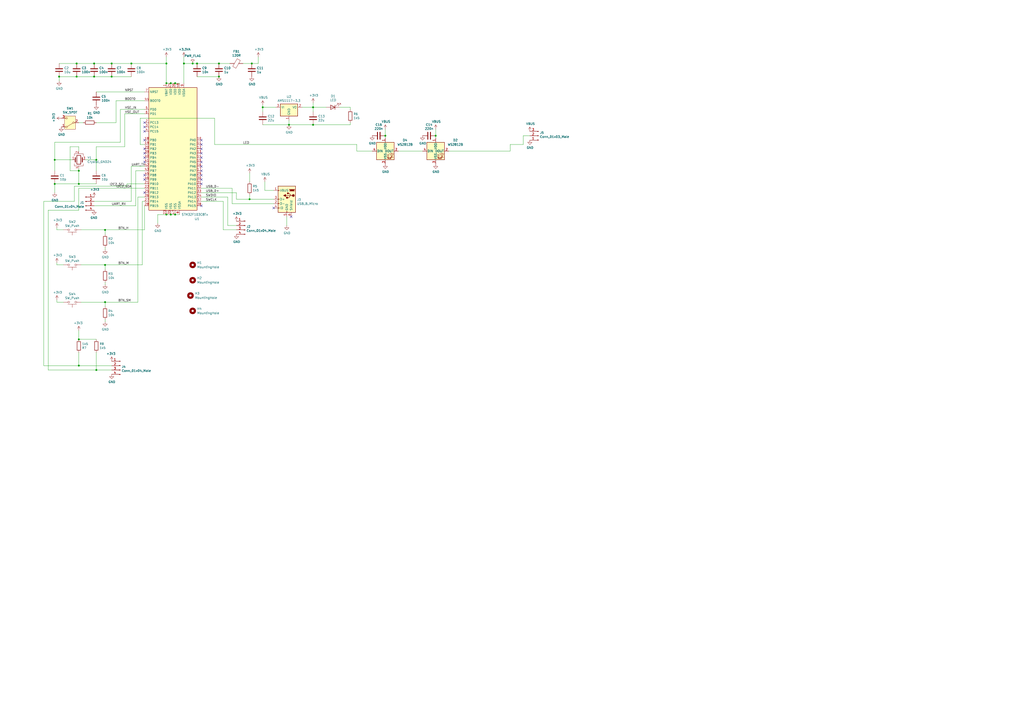
<source format=kicad_sch>
(kicad_sch (version 20231120) (generator "eeschema") (generator_version "8.0")
  (paper "A2")
  (title_block (title "STM32 QCLOCK") (date "2024-05-14") (rev "v1.0") (company "glaumar"))
  (lib_symbols
    (symbol "Device:C" (pin_numbers hide) (pin_names (offset 0.254))
      (property "Reference" "C" (at 0.635 2.54 0))
      (property "Value" "C" (at 0.635 -2.54 0))
      (symbol "C_0_1"
        (polyline (pts (xy -2.032 -0.762) (xy 2.032 -0.762)) (stroke (width 0.508)))
        (polyline (pts (xy -2.032 0.762) (xy 2.032 0.762)) (stroke (width 0.508)))
      )
      (symbol "C_1_1"
        (pin passive line (at 0 3.81 270) (length 2.794) (name "~") (number "1"))
        (pin passive line (at 0 -3.81 90) (length 2.794) (name "~") (number "2"))
      )
    )
    (symbol "Device:Crystal_GND24" (pin_names (offset 1.016) hide)
      (property "Reference" "Y" (at 3.175 5.08 0))
      (property "Value" "Crystal_GND24" (at 3.175 3.175 0))
      (symbol "Crystal_GND24_0_1"
        (rectangle (start -1.143 2.54) (end 1.143 -2.54) (stroke (width 0.3048)))
        (polyline (pts (xy -2.54 0) (xy -2.032 0)))
        (polyline (pts (xy -2.032 -1.27) (xy -2.032 1.27)) (stroke (width 0.508)))
        (polyline (pts (xy 0 -3.81) (xy 0 -3.556)))
        (polyline (pts (xy 0 3.556) (xy 0 3.81)))
        (polyline (pts (xy 2.032 -1.27) (xy 2.032 1.27)) (stroke (width 0.508)))
        (polyline (pts (xy 2.032 0) (xy 2.54 0)))
        (polyline (pts (xy -2.54 -2.286) (xy -2.54 -3.556) (xy 2.54 -3.556) (xy 2.54 -2.286)))
        (polyline (pts (xy -2.54 2.286) (xy -2.54 3.556) (xy 2.54 3.556) (xy 2.54 2.286)))
      )
      (symbol "Crystal_GND24_1_1"
        (pin passive line (at -3.81 0 0) (length 1.27) (name "1") (number "1"))
        (pin passive line (at 0 5.08 270) (length 1.27) (name "2") (number "2"))
        (pin passive line (at 3.81 0 180) (length 1.27) (name "3") (number "3"))
        (pin passive line (at 0 -5.08 90) (length 1.27) (name "4") (number "4"))
      )
    )
    (symbol "Device:LED" (pin_numbers hide) (pin_names (offset 1.016) hide)
      (property "Reference" "D" (at 0 2.54 0))
      (property "Value" "LED" (at 0 -2.54 0))
      (symbol "LED_0_1"
        (polyline (pts (xy -1.27 -1.27) (xy -1.27 1.27)) (stroke (width 0.254)))
        (polyline (pts (xy -1.27 0) (xy 1.27 0)))
        (polyline (pts (xy 1.27 -1.27) (xy 1.27 1.27) (xy -1.27 0) (xy 1.27 -1.27)) (stroke (width 0.254)))
        (polyline (pts (xy -3.048 -0.762) (xy -4.572 -2.286) (xy -3.81 -2.286) (xy -4.572 -2.286) (xy -4.572 -1.524)))
        (polyline (pts (xy -1.778 -0.762) (xy -3.302 -2.286) (xy -2.54 -2.286) (xy -3.302 -2.286) (xy -3.302 -1.524)))
      )
      (symbol "LED_1_1"
        (pin passive line (at -3.81 0 0) (length 2.54) (name "K") (number "1"))
        (pin passive line (at 3.81 0 180) (length 2.54) (name "A") (number "2"))
      )
    )
    (symbol "Device:R" (pin_numbers hide) (pin_names (offset 0))
      (property "Reference" "R" (at 2.032 0 90))
      (property "Value" "R" (at 0 0 90))
      (symbol "R_0_1"
        (rectangle (start -1.016 -2.54) (end 1.016 2.54) (stroke (width 0.254)))
      )
      (symbol "R_1_1"
        (pin passive line (at 0 3.81 270) (length 1.27) (name "~") (number "1"))
        (pin passive line (at 0 -3.81 90) (length 1.27) (name "~") (number "2"))
      )
    )
    (symbol "LED:WS2812B" (pin_names (offset 0.254))
      (property "Reference" "D" (at 5.08 5.715 0))
      (property "Value" "WS2812B" (at 1.27 -5.715 0))
      (symbol "WS2812B_0_0"
        (text "RGB" (at 2.286 -4.191 0) (effects (font (size 0.762 0.762))))
      )
      (symbol "WS2812B_0_1"
        (polyline (pts (xy 1.27 -3.556) (xy 1.778 -3.556)))
        (polyline (pts (xy 1.27 -2.54) (xy 1.778 -2.54)))
        (polyline (pts (xy 4.699 -3.556) (xy 2.667 -3.556)))
        (polyline (pts (xy 2.286 -2.54) (xy 1.27 -3.556) (xy 1.27 -3.048)))
        (polyline (pts (xy 2.286 -1.524) (xy 1.27 -2.54) (xy 1.27 -2.032)))
        (polyline (pts (xy 3.683 -1.016) (xy 3.683 -3.556) (xy 3.683 -4.064)))
        (polyline (pts (xy 4.699 -1.524) (xy 2.667 -1.524) (xy 3.683 -3.556) (xy 4.699 -1.524)))
        (rectangle (start 5.08 5.08) (end -5.08 -5.08) (stroke (width 0.254)) (fill (type background)))
      )
      (symbol "WS2812B_1_1"
        (pin power_in line (at 0 7.62 270) (length 2.54) (name "VDD") (number "1"))
        (pin output line (at 7.62 0 180) (length 2.54) (name "DOUT") (number "2"))
        (pin power_in line (at 0 -7.62 90) (length 2.54) (name "VSS") (number "3"))
        (pin input line (at -7.62 0 0) (length 2.54) (name "DIN") (number "4"))
      )
    )
    (symbol "Mechanical:MountingHole" (pin_names (offset 1.016)) (exclude_from_sim yes) (in_bom no)
      (property "Reference" "H" (at 0 5.08 0))
      (property "Value" "MountingHole" (at 0 3.175 0))
      (symbol "MountingHole_0_1"
        (circle (center 0 0) (radius 1.27) (stroke (width 1.27)))
      )
    )
    (symbol "Regulator_Linear:AMS1117-3.3"
      (property "Reference" "U" (at -3.81 3.175 0))
      (property "Value" "AMS1117-3.3" (at 0 3.175 0))
      (symbol "AMS1117-3.3_0_1"
        (rectangle (start -5.08 -5.08) (end 5.08 1.905) (stroke (width 0.254)) (fill (type background)))
      )
      (symbol "AMS1117-3.3_1_1"
        (pin power_in line (at 0 -7.62 90) (length 2.54) (name "GND") (number "1"))
        (pin power_out line (at 7.62 0 180) (length 2.54) (name "VO") (number "2"))
        (pin power_in line (at -7.62 0 0) (length 2.54) (name "VI") (number "3"))
      )
    )
    (symbol "Switch:SW_Push" (pin_numbers hide) (pin_names (offset 1.016) hide)
      (property "Reference" "SW" (at 1.27 2.54 0))
      (property "Value" "SW_Push" (at 0 -1.524 0))
      (symbol "SW_Push_0_1"
        (circle (center -2.032 0) (radius 0.508))
        (polyline (pts (xy 0 1.27) (xy 0 3.048)))
        (polyline (pts (xy 2.54 1.27) (xy -2.54 1.27)))
        (circle (center 2.032 0) (radius 0.508))
        (pin passive line (at -5.08 0 0) (length 2.54) (name "1") (number "1"))
        (pin passive line (at 5.08 0 180) (length 2.54) (name "2") (number "2"))
      )
    )
    (symbol "Switch:SW_SPDT" (pin_names (offset 0) hide)
      (property "Reference" "SW" (at 0 5.08 0))
      (property "Value" "SW_SPDT" (at 0 -5.08 0))
      (symbol "SW_SPDT_0_1"
        (circle (center -2.032 0) (radius 0.4572))
        (polyline (pts (xy -1.651 0.254) (xy 1.651 2.286)))
        (circle (center 2.032 -2.54) (radius 0.4572))
        (circle (center 2.032 2.54) (radius 0.4572))
      )
      (symbol "SW_SPDT_1_1"
        (rectangle (start -3.175 3.81) (end 3.175 -3.81) (fill (type background)))
        (pin passive line (at 5.08 2.54 180) (length 2.54) (name "A") (number "1"))
        (pin passive line (at -5.08 0 0) (length 2.54) (name "B") (number "2"))
        (pin passive line (at 5.08 -2.54 180) (length 2.54) (name "C") (number "3"))
      )
    )
    (symbol "qclock-rescue:+3.3V-power" (power) (pin_names (offset 0))
      (property "Value" "power_+3.3V" (at 0 3.556 0))
      (symbol "+3.3V-power_0_1"
        (polyline (pts (xy -0.762 1.27) (xy 0 2.54)))
        (polyline (pts (xy 0 0) (xy 0 2.54)))
        (polyline (pts (xy 0 2.54) (xy 0.762 1.27)))
      )
      (symbol "+3.3V-power_1_1"
        (pin power_in line (at 0 0 90) (length 0) hide (name "+3V3") (number "1"))
      )
    )
    (symbol "qclock-rescue:+3.3VA-power" (power) (pin_names (offset 0))
      (property "Value" "power_+3.3VA" (at 0 3.556 0))
      (symbol "+3.3VA-power_0_1"
        (polyline (pts (xy -0.762 1.27) (xy 0 2.54)))
        (polyline (pts (xy 0 0) (xy 0 2.54)))
        (polyline (pts (xy 0 2.54) (xy 0.762 1.27)))
      )
      (symbol "+3.3VA-power_1_1"
        (pin power_in line (at 0 0 90) (length 0) hide (name "+3.3VA") (number "1"))
      )
    )
    (symbol "qclock-rescue:Conn_01x03_Male-Connector" (pin_names (offset 1.016) hide)
      (property "Reference" "J" (at 0 5.08 0))
      (property "Value" "Connector_Conn_01x03_Male" (at 0 -5.08 0))
      (symbol "Conn_01x03_Male-Connector_1_1"
        (polyline (pts (xy 1.27 -2.54) (xy 0.8636 -2.54)) (stroke (width 0.1524)))
        (polyline (pts (xy 1.27 0) (xy 0.8636 0)) (stroke (width 0.1524)))
        (polyline (pts (xy 1.27 2.54) (xy 0.8636 2.54)) (stroke (width 0.1524)))
        (rectangle (start 0.8636 -2.413) (end 0 -2.667) (stroke (width 0.1524)) (fill (type outline)))
        (rectangle (start 0.8636 0.127) (end 0 -0.127) (stroke (width 0.1524)) (fill (type outline)))
        (rectangle (start 0.8636 2.667) (end 0 2.413) (stroke (width 0.1524)) (fill (type outline)))
        (pin passive line (at 5.08 2.54 180) (length 3.81) (name "Pin_1") (number "1"))
        (pin passive line (at 5.08 0 180) (length 3.81) (name "Pin_2") (number "2"))
        (pin passive line (at 5.08 -2.54 180) (length 3.81) (name "Pin_3") (number "3"))
      )
    )
    (symbol "qclock-rescue:Conn_01x04_Male-Connector" (pin_names (offset 1.016) hide)
      (property "Reference" "J" (at 0 5.08 0))
      (property "Value" "Connector_Conn_01x04_Male" (at 0 -7.62 0))
      (symbol "Conn_01x04_Male-Connector_1_1"
        (polyline (pts (xy 1.27 -5.08) (xy 0.8636 -5.08)) (stroke (width 0.1524)))
        (polyline (pts (xy 1.27 -2.54) (xy 0.8636 -2.54)) (stroke (width 0.1524)))
        (polyline (pts (xy 1.27 0) (xy 0.8636 0)) (stroke (width 0.1524)))
        (polyline (pts (xy 1.27 2.54) (xy 0.8636 2.54)) (stroke (width 0.1524)))
        (rectangle (start 0.8636 -4.953) (end 0 -5.207) (stroke (width 0.1524)) (fill (type outline)))
        (rectangle (start 0.8636 -2.413) (end 0 -2.667) (stroke (width 0.1524)) (fill (type outline)))
        (rectangle (start 0.8636 0.127) (end 0 -0.127) (stroke (width 0.1524)) (fill (type outline)))
        (rectangle (start 0.8636 2.667) (end 0 2.413) (stroke (width 0.1524)) (fill (type outline)))
        (pin passive line (at 5.08 2.54 180) (length 3.81) (name "Pin_1") (number "1"))
        (pin passive line (at 5.08 0 180) (length 3.81) (name "Pin_2") (number "2"))
        (pin passive line (at 5.08 -2.54 180) (length 3.81) (name "Pin_3") (number "3"))
        (pin passive line (at 5.08 -5.08 180) (length 3.81) (name "Pin_4") (number "4"))
      )
    )
    (symbol "qclock-rescue:Ferrite_Bead-Device" (pin_numbers hide) (pin_names (offset 0))
      (property "Reference" "FB" (at -3.81 0.635 90))
      (property "Value" "Device_Ferrite_Bead" (at 3.81 0 90))
      (symbol "Ferrite_Bead-Device_0_1"
        (polyline (pts (xy 0 -1.27) (xy 0 -1.2192)))
        (polyline (pts (xy 0 1.27) (xy 0 1.2954)))
        (polyline (pts (xy -2.7686 0.4064) (xy -1.7018 2.2606) (xy 2.7686 -0.3048) (xy 1.6764 -2.159) (xy -2.7686 0.4064)))
      )
      (symbol "Ferrite_Bead-Device_1_1"
        (pin passive line (at 0 3.81 270) (length 2.54) (name "~") (number "1"))
        (pin passive line (at 0 -3.81 90) (length 2.54) (name "~") (number "2"))
      )
    )
    (symbol "qclock-rescue:GND-power" (power) (pin_names (offset 0))
      (property "Value" "power_GND" (at 0 -3.81 0))
      (symbol "GND-power_0_1"
        (polyline (pts (xy 0 0) (xy 0 -1.27) (xy 1.27 -1.27) (xy 0 -2.54) (xy -1.27 -1.27) (xy 0 -1.27)))
      )
      (symbol "GND-power_1_1"
        (pin power_in line (at 0 0 270) (length 0) hide (name "GND") (number "1"))
      )
    )
    (symbol "qclock-rescue:PWR_FLAG-power" (power) (pin_numbers hide) (pin_names (offset 0) hide)
      (property "Value" "power_PWR_FLAG" (at 0 3.81 0))
      (symbol "PWR_FLAG-power_0_0"
        (pin power_out line (at 0 0 90) (length 0) (name "pwr") (number "1"))
      )
      (symbol "PWR_FLAG-power_0_1"
        (polyline (pts (xy 0 0) (xy 0 1.27) (xy -1.016 1.905) (xy 0 2.54) (xy 1.016 1.905) (xy 0 1.27)))
      )
    )
    (symbol "qclock-rescue:STM32F103C8Tx-MCU_ST_STM32F1"
      (property "Reference" "U" (at -15.24 36.83 0))
      (property "Value" "MCU_ST_STM32F1_STM32F103C8Tx" (at 7.62 36.83 0))
      (symbol "STM32F103C8Tx-MCU_ST_STM32F1_0_1"
        (rectangle (start -15.24 -35.56) (end 12.7 35.56) (stroke (width 0.254)) (fill (type background)))
      )
      (symbol "STM32F103C8Tx-MCU_ST_STM32F1_1_1"
        (pin power_in line (at -5.08 38.1 270) (length 2.54) (name "VBAT") (number "1"))
        (pin bidirectional line (at 15.24 5.08 180) (length 2.54) (name "PA0") (number "10"))
        (pin bidirectional line (at 15.24 2.54 180) (length 2.54) (name "PA1") (number "11"))
        (pin bidirectional line (at 15.24 0 180) (length 2.54) (name "PA2") (number "12"))
        (pin bidirectional line (at 15.24 -2.54 180) (length 2.54) (name "PA3") (number "13"))
        (pin bidirectional line (at 15.24 -5.08 180) (length 2.54) (name "PA4") (number "14"))
        (pin bidirectional line (at 15.24 -7.62 180) (length 2.54) (name "PA5") (number "15"))
        (pin bidirectional line (at 15.24 -10.16 180) (length 2.54) (name "PA6") (number "16"))
        (pin bidirectional line (at 15.24 -12.7 180) (length 2.54) (name "PA7") (number "17"))
        (pin bidirectional line (at -17.78 5.08 0) (length 2.54) (name "PB0") (number "18"))
        (pin bidirectional line (at -17.78 2.54 0) (length 2.54) (name "PB1") (number "19"))
        (pin bidirectional line (at -17.78 15.24 0) (length 2.54) (name "PC13") (number "2"))
        (pin bidirectional line (at -17.78 0 0) (length 2.54) (name "PB2") (number "20"))
        (pin bidirectional line (at -17.78 -20.32 0) (length 2.54) (name "PB10") (number "21"))
        (pin bidirectional line (at -17.78 -22.86 0) (length 2.54) (name "PB11") (number "22"))
        (pin power_in line (at -5.08 -38.1 90) (length 2.54) (name "VSS") (number "23"))
        (pin power_in line (at -2.54 38.1 270) (length 2.54) (name "VDD") (number "24"))
        (pin bidirectional line (at -17.78 -25.4 0) (length 2.54) (name "PB12") (number "25"))
        (pin bidirectional line (at -17.78 -27.94 0) (length 2.54) (name "PB13") (number "26"))
        (pin bidirectional line (at -17.78 -30.48 0) (length 2.54) (name "PB14") (number "27"))
        (pin bidirectional line (at -17.78 -33.02 0) (length 2.54) (name "PB15") (number "28"))
        (pin bidirectional line (at 15.24 -15.24 180) (length 2.54) (name "PA8") (number "29"))
        (pin bidirectional line (at -17.78 12.7 0) (length 2.54) (name "PC14") (number "3"))
        (pin bidirectional line (at 15.24 -17.78 180) (length 2.54) (name "PA9") (number "30"))
        (pin bidirectional line (at 15.24 -20.32 180) (length 2.54) (name "PA10") (number "31"))
        (pin bidirectional line (at 15.24 -22.86 180) (length 2.54) (name "PA11") (number "32"))
        (pin bidirectional line (at 15.24 -25.4 180) (length 2.54) (name "PA12") (number "33"))
        (pin bidirectional line (at 15.24 -27.94 180) (length 2.54) (name "PA13") (number "34"))
        (pin power_in line (at -2.54 -38.1 90) (length 2.54) (name "VSS") (number "35"))
        (pin power_in line (at 0 38.1 270) (length 2.54) (name "VDD") (number "36"))
        (pin bidirectional line (at 15.24 -30.48 180) (length 2.54) (name "PA14") (number "37"))
        (pin bidirectional line (at 15.24 -33.02 180) (length 2.54) (name "PA15") (number "38"))
        (pin bidirectional line (at -17.78 -2.54 0) (length 2.54) (name "PB3") (number "39"))
        (pin bidirectional line (at -17.78 10.16 0) (length 2.54) (name "PC15") (number "4"))
        (pin bidirectional line (at -17.78 -5.08 0) (length 2.54) (name "PB4") (number "40"))
        (pin bidirectional line (at -17.78 -7.62 0) (length 2.54) (name "PB5") (number "41"))
        (pin bidirectional line (at -17.78 -10.16 0) (length 2.54) (name "PB6") (number "42"))
        (pin bidirectional line (at -17.78 -12.7 0) (length 2.54) (name "PB7") (number "43"))
        (pin input line (at -17.78 27.94 0) (length 2.54) (name "BOOT0") (number "44"))
        (pin bidirectional line (at -17.78 -15.24 0) (length 2.54) (name "PB8") (number "45"))
        (pin bidirectional line (at -17.78 -17.78 0) (length 2.54) (name "PB9") (number "46"))
        (pin power_in line (at 0 -38.1 90) (length 2.54) (name "VSS") (number "47"))
        (pin power_in line (at 2.54 38.1 270) (length 2.54) (name "VDD") (number "48"))
        (pin input line (at -17.78 22.86 0) (length 2.54) (name "PD0") (number "5"))
        (pin input line (at -17.78 20.32 0) (length 2.54) (name "PD1") (number "6"))
        (pin input line (at -17.78 33.02 0) (length 2.54) (name "NRST") (number "7"))
        (pin power_in line (at 2.54 -38.1 90) (length 2.54) (name "VSSA") (number "8"))
        (pin power_in line (at 5.08 38.1 270) (length 2.54) (name "VDDA") (number "9"))
      )
    )
    (symbol "qclock-rescue:USB_B_Micro-Connector" (pin_names (offset 1.016))
      (property "Reference" "J" (at -5.08 11.43 0))
      (property "Value" "Connector_USB_B_Micro" (at -5.08 8.89 0))
      (symbol "USB_B_Micro-Connector_0_1"
        (rectangle (start -5.08 -7.62) (end 5.08 7.62) (stroke (width 0.254)) (fill (type background)))
        (circle (center -3.81 2.159) (radius 0.635) (stroke (width 0.254)) (fill (type outline)))
        (circle (center -0.635 3.429) (radius 0.381) (stroke (width 0.254)) (fill (type outline)))
        (rectangle (start -0.127 -7.62) (end 0.127 -6.858))
        (polyline (pts (xy -1.905 2.159) (xy 0.635 2.159)) (stroke (width 0.254)))
        (polyline (pts (xy -3.175 2.159) (xy -2.54 2.159) (xy -1.27 3.429) (xy -0.635 3.429)) (stroke (width 0.254)))
        (polyline (pts (xy -2.54 2.159) (xy -1.905 2.159) (xy -1.27 0.889) (xy 0 0.889)) (stroke (width 0.254)))
        (polyline (pts (xy 0.635 2.794) (xy 0.635 1.524) (xy 1.905 2.159) (xy 0.635 2.794)) (stroke (width 0.254)) (fill (type outline)))
        (polyline (pts (xy -4.318 5.588) (xy -1.778 5.588) (xy -2.032 4.826) (xy -4.064 4.826) (xy -4.318 5.588)) (fill (type outline)))
        (polyline (pts (xy -4.699 5.842) (xy -4.699 5.588) (xy -4.445 4.826) (xy -4.445 4.572) (xy -1.651 4.572) (xy -1.651 4.826) (xy -1.397 5.588) (xy -1.397 5.842) (xy -4.699 5.842)))
        (rectangle (start 0.254 1.27) (end -0.508 0.508) (stroke (width 0.254)) (fill (type outline)))
        (rectangle (start 5.08 -5.207) (end 4.318 -4.953))
        (rectangle (start 5.08 -2.667) (end 4.318 -2.413))
        (rectangle (start 5.08 -0.127) (end 4.318 0.127))
        (rectangle (start 5.08 4.953) (end 4.318 5.207))
      )
      (symbol "USB_B_Micro-Connector_1_1"
        (pin power_out line (at 7.62 5.08 180) (length 2.54) (name "VBUS") (number "1"))
        (pin passive line (at 7.62 -2.54 180) (length 2.54) (name "D-") (number "2"))
        (pin passive line (at 7.62 0 180) (length 2.54) (name "D+") (number "3"))
        (pin passive line (at 7.62 -5.08 180) (length 2.54) (name "ID") (number "4"))
        (pin power_out line (at 0 -10.16 90) (length 2.54) (name "GND") (number "5"))
        (pin passive line (at -2.54 -10.16 90) (length 2.54) (name "Shield") (number "6"))
      )
    )
    (symbol "qclock-rescue:VBUS-power" (power) (pin_names (offset 0))
      (property "Value" "power_VBUS" (at 0 3.81 0))
      (symbol "VBUS-power_0_1"
        (polyline (pts (xy -0.762 1.27) (xy 0 2.54)))
        (polyline (pts (xy 0 0) (xy 0 2.54)))
        (polyline (pts (xy 0 2.54) (xy 0.762 1.27)))
      )
      (symbol "VBUS-power_1_1"
        (pin power_in line (at 0 0 90) (length 0) hide (name "VBUS") (number "1"))
      )
    )
  )
  (junction (at 45.72 99.06))
  (junction (at 99.06 124.46))
  (junction (at 127 36.83))
  (junction (at 96.52 124.46))
  (junction (at 45.72 106.68))
  (junction (at 55.88 214.63))
  (junction (at 96.52 36.83))
  (junction (at 252.73 78.74))
  (junction (at 45.72 196.85))
  (junction (at 101.6 124.46))
  (junction (at 31.75 106.68))
  (junction (at 144.78 115.57))
  (junction (at 111.76 36.83))
  (junction (at 64.77 44.45))
  (junction (at 106.68 36.83))
  (junction (at 44.45 44.45))
  (junction (at 181.61 62.23))
  (junction (at 127 44.45))
  (junction (at 76.2 36.83))
  (junction (at 54.61 44.45))
  (junction (at 181.61 72.39))
  (junction (at 99.06 48.26))
  (junction (at 152.4 62.23))
  (junction (at 101.6 48.26))
  (junction (at 60.96 175.26))
  (junction (at 64.77 36.83))
  (junction (at 114.3 36.83))
  (junction (at 167.64 72.39))
  (junction (at 60.96 153.67))
  (junction (at 60.96 133.35))
  (junction (at 223.52 78.74))
  (junction (at 45.72 212.09))
  (junction (at 54.61 36.83))
  (junction (at 34.29 44.45))
  (junction (at 31.75 92.71))
  (junction (at 96.52 48.26))
  (junction (at 44.45 36.83))
  (junction (at 55.88 92.71))
  (junction (at 146.05 36.83))
  (no_connect (at 83.82 81.28))
  (no_connect (at 116.84 104.14))
  (no_connect (at 83.82 93.98))
  (no_connect (at 158.75 120.65))
  (no_connect (at 116.84 101.6))
  (no_connect (at 116.84 93.98))
  (no_connect (at 116.84 106.68))
  (no_connect (at 116.84 83.82))
  (no_connect (at 116.84 91.44))
  (no_connect (at 83.82 73.66))
  (no_connect (at 83.82 76.2))
  (no_connect (at 83.82 71.12))
  (no_connect (at 168.91 125.73))
  (no_connect (at 83.82 111.76))
  (no_connect (at 83.82 88.9))
  (no_connect (at 116.84 88.9))
  (no_connect (at 116.84 119.38))
  (no_connect (at 83.82 104.14))
  (no_connect (at 83.82 86.36))
  (no_connect (at 116.84 96.52))
  (no_connect (at 83.82 91.44))
  (no_connect (at 83.82 101.6))
  (no_connect (at 116.84 81.28))
  (no_connect (at 116.84 86.36))
  (no_connect (at 116.84 99.06))
  (wire (pts (xy 54.61 44.45) (xy 44.45 44.45)))
  (wire (pts (xy 137.16 133.35) (xy 129.54 133.35)))
  (wire (pts (xy 104.14 48.26) (xy 101.6 48.26)))
  (wire (pts (xy 153.67 105.41) (xy 153.67 110.49)))
  (wire (pts (xy 33.02 153.67) (xy 33.02 152.4)))
  (wire (pts (xy 43.18 116.84) (xy 43.18 107.95)))
  (wire (pts (xy 45.72 87.63) (xy 45.72 85.09)))
  (wire (pts (xy 45.72 109.22) (xy 83.82 109.22)))
  (wire (pts (xy 81.28 68.58) (xy 124.46 68.58)))
  (wire (pts (xy 129.54 133.35) (xy 129.54 116.84)))
  (wire (pts (xy 60.96 153.67) (xy 60.96 156.21)))
  (wire (pts (xy 72.39 85.09) (xy 55.88 85.09)))
  (wire (pts (xy 181.61 72.39) (xy 203.2 72.39)))
  (wire (pts (xy 181.61 59.69) (xy 181.61 62.23)))
  (wire (pts (xy 83.82 99.06) (xy 78.74 99.06)))
  (wire (pts (xy 76.2 96.52) (xy 83.82 96.52)))
  (wire (pts (xy 129.54 116.84) (xy 116.84 116.84)))
  (wire (pts (xy 223.52 74.93) (xy 223.52 78.74)))
  (wire (pts (xy 124.46 68.58) (xy 124.46 83.82)))
  (wire (pts (xy 91.44 124.46) (xy 91.44 129.54)))
  (wire (pts (xy 45.72 204.47) (xy 45.72 212.09)))
  (wire (pts (xy 60.96 185.42) (xy 60.96 186.69)))
  (wire (pts (xy 31.75 82.55) (xy 31.75 92.71)))
  (wire (pts (xy 60.96 163.83) (xy 60.96 165.1)))
  (wire (pts (xy 181.61 62.23) (xy 175.26 62.23)))
  (wire (pts (xy 55.88 214.63) (xy 64.77 214.63)))
  (wire (pts (xy 64.77 44.45) (xy 54.61 44.45)))
  (wire (pts (xy 44.45 36.83) (xy 54.61 36.83)))
  (wire (pts (xy 114.3 44.45) (xy 127 44.45)))
  (wire (pts (xy 69.85 82.55) (xy 31.75 82.55)))
  (wire (pts (xy 78.74 99.06) (xy 78.74 119.38)))
  (wire (pts (xy 81.28 83.82) (xy 81.28 68.58)))
  (wire (pts (xy 76.2 116.84) (xy 76.2 96.52)))
  (wire (pts (xy 54.61 116.84) (xy 76.2 116.84)))
  (wire (pts (xy 144.78 100.33) (xy 144.78 105.41)))
  (wire (pts (xy 203.2 62.23) (xy 203.2 63.5)))
  (wire (pts (xy 76.2 36.83) (xy 96.52 36.83)))
  (wire (pts (xy 64.77 36.83) (xy 76.2 36.83)))
  (wire (pts (xy 83.82 116.84) (xy 82.55 116.84)))
  (wire (pts (xy 83.82 53.34) (xy 55.88 53.34)))
  (wire (pts (xy 207.01 87.63) (xy 215.9 87.63)))
  (wire (pts (xy 67.31 58.42) (xy 83.82 58.42)))
  (wire (pts (xy 80.01 175.26) (xy 60.96 175.26)))
  (wire (pts (xy 60.96 175.26) (xy 60.96 177.8)))
  (wire (pts (xy 203.2 71.12) (xy 203.2 72.39)))
  (wire (pts (xy 60.96 153.67) (xy 46.99 153.67)))
  (wire (pts (xy 78.74 119.38) (xy 54.61 119.38)))
  (wire (pts (xy 99.06 48.26) (xy 96.52 48.26)))
  (wire (pts (xy 189.23 62.23) (xy 181.61 62.23)))
  (wire (pts (xy 82.55 116.84) (xy 82.55 153.67)))
  (wire (pts (xy 40.64 99.06) (xy 45.72 99.06)))
  (wire (pts (xy 45.72 196.85) (xy 55.88 196.85)))
  (wire (pts (xy 83.82 133.35) (xy 60.96 133.35)))
  (wire (pts (xy 73.66 107.95) (xy 73.66 106.68)))
  (wire (pts (xy 64.77 212.09) (xy 45.72 212.09)))
  (wire (pts (xy 181.61 72.39) (xy 167.64 72.39)))
  (wire (pts (xy 152.4 62.23) (xy 152.4 64.77)))
  (wire (pts (xy 181.61 64.77) (xy 181.61 62.23)))
  (wire (pts (xy 196.85 62.23) (xy 203.2 62.23)))
  (wire (pts (xy 33.02 175.26) (xy 33.02 173.99)))
  (wire (pts (xy 82.55 153.67) (xy 60.96 153.67)))
  (wire (pts (xy 144.78 113.03) (xy 144.78 115.57)))
  (wire (pts (xy 43.18 107.95) (xy 73.66 107.95)))
  (wire (pts (xy 252.73 74.93) (xy 252.73 78.74)))
  (wire (pts (xy 160.02 62.23) (xy 152.4 62.23)))
  (wire (pts (xy 96.52 36.83) (xy 96.52 33.02)))
  (wire (pts (xy 27.94 121.92) (xy 27.94 214.63)))
  (wire (pts (xy 60.96 143.51) (xy 60.96 144.78)))
  (wire (pts (xy 83.82 119.38) (xy 83.82 133.35)))
  (wire (pts (xy 252.73 78.74) (xy 252.73 80.01)))
  (wire (pts (xy 134.62 118.11) (xy 158.75 118.11)))
  (wire (pts (xy 45.72 85.09) (xy 40.64 85.09)))
  (wire (pts (xy 55.88 204.47) (xy 55.88 214.63)))
  (wire (pts (xy 166.37 125.73) (xy 166.37 130.81)))
  (wire (pts (xy 231.14 87.63) (xy 245.11 87.63)))
  (wire (pts (xy 34.29 44.45) (xy 34.29 46.99)))
  (wire (pts (xy 96.52 36.83) (xy 96.52 48.26)))
  (wire (pts (xy 132.08 114.3) (xy 132.08 130.81)))
  (wire (pts (xy 303.53 78.74) (xy 307.34 78.74)))
  (wire (pts (xy 80.01 114.3) (xy 80.01 175.26)))
  (wire (pts (xy 40.64 85.09) (xy 40.64 99.06)))
  (wire (pts (xy 106.68 36.83) (xy 106.68 48.26)))
  (wire (pts (xy 295.91 83.82) (xy 303.53 83.82)))
  (wire (pts (xy 127 36.83) (xy 133.35 36.83)))
  (wire (pts (xy 55.88 71.12) (xy 67.31 71.12)))
  (wire (pts (xy 99.06 124.46) (xy 96.52 124.46)))
  (wire (pts (xy 223.52 78.74) (xy 223.52 80.01)))
  (wire (pts (xy 144.78 115.57) (xy 137.16 115.57)))
  (wire (pts (xy 25.4 116.84) (xy 43.18 116.84)))
  (wire (pts (xy 106.68 33.02) (xy 106.68 36.83)))
  (wire (pts (xy 146.05 36.83) (xy 140.97 36.83)))
  (wire (pts (xy 149.86 36.83) (xy 149.86 33.02)))
  (wire (pts (xy 69.85 63.5) (xy 69.85 82.55)))
  (wire (pts (xy 33.02 133.35) (xy 33.02 132.08)))
  (wire (pts (xy 106.68 36.83) (xy 111.76 36.83)))
  (wire (pts (xy 45.72 99.06) (xy 45.72 106.68)))
  (wire (pts (xy 111.76 36.83) (xy 114.3 36.83)))
  (wire (pts (xy 116.84 109.22) (xy 134.62 109.22)))
  (wire (pts (xy 152.4 60.96) (xy 152.4 62.23)))
  (wire (pts (xy 101.6 124.46) (xy 99.06 124.46)))
  (wire (pts (xy 101.6 48.26) (xy 99.06 48.26)))
  (wire (pts (xy 132.08 130.81) (xy 137.16 130.81)))
  (wire (pts (xy 45.72 212.09) (xy 25.4 212.09)))
  (wire (pts (xy 36.83 133.35) (xy 33.02 133.35)))
  (wire (pts (xy 295.91 87.63) (xy 295.91 83.82)))
  (wire (pts (xy 31.75 92.71) (xy 31.75 99.06)))
  (wire (pts (xy 45.72 121.92) (xy 27.94 121.92)))
  (wire (pts (xy 91.44 124.46) (xy 96.52 124.46)))
  (wire (pts (xy 137.16 115.57) (xy 137.16 111.76)))
  (wire (pts (xy 60.96 133.35) (xy 60.96 135.89)))
  (wire (pts (xy 31.75 106.68) (xy 45.72 106.68)))
  (wire (pts (xy 167.64 72.39) (xy 152.4 72.39)))
  (wire (pts (xy 55.88 92.71) (xy 55.88 99.06)))
  (wire (pts (xy 83.82 83.82) (xy 81.28 83.82)))
  (wire (pts (xy 45.72 99.06) (xy 45.72 97.79)))
  (wire (pts (xy 127 36.83) (xy 114.3 36.83)))
  (wire (pts (xy 83.82 63.5) (xy 69.85 63.5)))
  (wire (pts (xy 137.16 111.76) (xy 116.84 111.76)))
  (wire (pts (xy 60.96 133.35) (xy 46.99 133.35)))
  (wire (pts (xy 76.2 44.45) (xy 64.77 44.45)))
  (wire (pts (xy 158.75 115.57) (xy 144.78 115.57)))
  (wire (pts (xy 49.53 92.71) (xy 55.88 92.71)))
  (wire (pts (xy 25.4 212.09) (xy 25.4 116.84)))
  (wire (pts (xy 134.62 109.22) (xy 134.62 118.11)))
  (wire (pts (xy 124.46 83.82) (xy 207.01 83.82)))
  (wire (pts (xy 44.45 44.45) (xy 34.29 44.45)))
  (wire (pts (xy 73.66 106.68) (xy 83.82 106.68)))
  (wire (pts (xy 60.96 175.26) (xy 46.99 175.26)))
  (wire (pts (xy 27.94 214.63) (xy 55.88 214.63)))
  (wire (pts (xy 167.64 69.85) (xy 167.64 72.39)))
  (wire (pts (xy 153.67 110.49) (xy 158.75 110.49)))
  (wire (pts (xy 41.91 92.71) (xy 31.75 92.71)))
  (wire (pts (xy 303.53 83.82) (xy 303.53 78.74)))
  (wire (pts (xy 83.82 66.04) (xy 72.39 66.04)))
  (wire (pts (xy 207.01 83.82) (xy 207.01 87.63)))
  (wire (pts (xy 67.31 71.12) (xy 67.31 58.42)))
  (wire (pts (xy 116.84 114.3) (xy 132.08 114.3)))
  (wire (pts (xy 48.26 71.12) (xy 45.72 71.12)))
  (wire (pts (xy 34.29 36.83) (xy 44.45 36.83)))
  (wire (pts (xy 149.86 36.83) (xy 146.05 36.83)))
  (wire (pts (xy 54.61 36.83) (xy 64.77 36.83)))
  (wire (pts (xy 72.39 66.04) (xy 72.39 85.09)))
  (wire (pts (xy 45.72 109.22) (xy 45.72 121.92)))
  (wire (pts (xy 45.72 106.68) (xy 55.88 106.68)))
  (wire (pts (xy 55.88 85.09) (xy 55.88 92.71)))
  (wire (pts (xy 101.6 124.46) (xy 104.14 124.46)))
  (wire (pts (xy 31.75 106.68) (xy 31.75 111.76)))
  (wire (pts (xy 36.83 153.67) (xy 33.02 153.67)))
  (wire (pts (xy 36.83 175.26) (xy 33.02 175.26)))
  (wire (pts (xy 83.82 114.3) (xy 80.01 114.3)))
  (wire (pts (xy 260.35 87.63) (xy 295.91 87.63)))
  (wire (pts (xy 45.72 191.77) (xy 45.72 196.85)))
  (label "I2C2_SCL" (at 63.5 107.95 0))
  (label "UART_RX" (at 64.77 119.38 0))
  (label "HSE_OUT" (at 72.39 66.04 0))
  (label "LED" (at 140.97 83.82 0))
  (label "BOOT0" (at 72.39 58.42 0))
  (label "SWDIO" (at 119.38 114.3 0))
  (label "USB_D+" (at 119.38 111.76 0))
  (label "BTN_SM" (at 68.58 175.26 0))
  (label "BTN_M" (at 68.58 153.67 0))
  (label "HSE_IN" (at 72.39 63.5 0))
  (label "BTN_H" (at 68.58 133.35 0))
  (label "NRST" (at 72.39 53.34 0))
  (label "UART_TX" (at 76.2 96.52 0))
  (label "SWCLK" (at 119.38 116.84 0))
  (label "USB_D-" (at 119.38 109.22 0))
  (label "I2C2_SDA" (at 67.31 109.22 0))
  (symbol (lib_id "qclock-rescue:STM32F103C8Tx-MCU_ST_STM32F1") (at 101.6 86.36 0) (unit 1)
    (property "Reference" "U1" (at 114.3 127 0))
    (property "Value" "STM32F103C8Tx" (at 113.03 124.46 0))
    (property "Footprint" "Package_QFP:LQFP-48_7x7mm_P0.5mm" (effects (hide yes)))
    (property "Datasheet" "http://www.st.com/st-web-ui/static/active/en/resource/technical/document/datasheet/CD00161566.pdf" (effects (hide yes)))
  )
  (symbol (lib_id "qclock-rescue:+3.3V-power") (at 96.52 33.02 0) (unit 1)
    (property "Reference" "#PWR0101" (effects (hide yes)))
    (property "Value" "+3V3" (at 96.901 28.6258 0))
  )
  (symbol (lib_id "qclock-rescue:PWR_FLAG-power") (at 111.76 36.83 0) (unit 1)
    (property "Reference" "#FLG0101" (effects (hide yes)))
    (property "Value" "PWR_FLAG" (at 111.76 32.4358 0))
  )
  (symbol (lib_id "Device:C") (at 76.2 40.64 0) (unit 1)
    (property "Reference" "C8" (at 79.121 39.4716 0) (effects (justify left)))
    (property "Value" "100n" (at 79.121 41.783 0) (effects (justify left)))
    (property "Footprint" "Capacitor_SMD:C_0402_1005Metric" (effects (hide yes)))
  )
  (symbol (lib_id "Device:C") (at 64.77 40.64 0) (unit 1)
    (property "Reference" "C7" (at 67.691 39.4716 0) (effects (justify left)))
    (property "Value" "100n" (at 67.691 41.783 0) (effects (justify left)))
    (property "Footprint" "Capacitor_SMD:C_0402_1005Metric" (effects (hide yes)))
  )
  (symbol (lib_id "Device:C") (at 54.61 40.64 0) (unit 1)
    (property "Reference" "C4" (at 57.531 39.4716 0) (effects (justify left)))
    (property "Value" "100n" (at 57.531 41.783 0) (effects (justify left)))
    (property "Footprint" "Capacitor_SMD:C_0402_1005Metric" (effects (hide yes)))
  )
  (symbol (lib_id "Device:C") (at 44.45 40.64 0) (unit 1)
    (property "Reference" "C3" (at 47.371 39.4716 0) (effects (justify left)))
    (property "Value" "100n" (at 47.371 41.783 0) (effects (justify left)))
    (property "Footprint" "Capacitor_SMD:C_0402_1005Metric" (effects (hide yes)))
  )
  (symbol (lib_id "Device:C") (at 34.29 40.64 0) (unit 1)
    (property "Reference" "C2" (at 37.211 39.4716 0) (effects (justify left)))
    (property "Value" "10u" (at 37.211 41.783 0) (effects (justify left)))
    (property "Footprint" "Capacitor_SMD:C_0603_1608Metric" (effects (hide yes)))
  )
  (symbol (lib_id "qclock-rescue:GND-power") (at 91.44 129.54 0) (unit 1)
    (property "Reference" "#PWR0102" (effects (hide yes)))
    (property "Value" "GND" (at 91.567 133.9342 0))
  )
  (symbol (lib_id "qclock-rescue:GND-power") (at 34.29 46.99 0) (unit 1)
    (property "Reference" "#PWR0103" (effects (hide yes)))
    (property "Value" "GND" (at 34.417 51.3842 0))
  )
  (symbol (lib_id "Device:C") (at 114.3 40.64 0) (unit 1)
    (property "Reference" "C9" (at 117.221 39.4716 0) (effects (justify left)))
    (property "Value" "10n" (at 117.221 41.783 0) (effects (justify left)))
    (property "Footprint" "Capacitor_SMD:C_0402_1005Metric" (effects (hide yes)))
  )
  (symbol (lib_id "Device:C") (at 127 40.64 0) (unit 1)
    (property "Reference" "C10" (at 129.921 39.4716 0) (effects (justify left)))
    (property "Value" "1u" (at 129.921 41.783 0) (effects (justify left)))
    (property "Footprint" "Capacitor_SMD:C_0402_1005Metric" (effects (hide yes)))
  )
  (symbol (lib_id "qclock-rescue:+3.3VA-power") (at 106.68 33.02 0) (unit 1)
    (property "Reference" "#PWR0104" (effects (hide yes)))
    (property "Value" "+3.3VA" (at 107.061 28.6258 0))
  )
  (symbol (lib_id "qclock-rescue:Ferrite_Bead-Device") (at 137.16 36.83 270) (unit 1)
    (property "Reference" "FB1" (at 137.16 29.8704 90))
    (property "Value" "120R" (at 137.16 32.1818 90))
    (property "Footprint" "Inductor_SMD:L_0402_1005Metric" (effects (hide yes)))
    (property "JLCPCB Part #（optional）" " C3015760" (effects (hide yes)))
  )
  (symbol (lib_id "Device:C") (at 146.05 40.64 0) (unit 1)
    (property "Reference" "C11" (at 148.971 39.4716 0) (effects (justify left)))
    (property "Value" "1u" (at 148.971 41.783 0) (effects (justify left)))
    (property "Footprint" "Capacitor_SMD:C_0402_1005Metric" (effects (hide yes)))
  )
  (symbol (lib_id "qclock-rescue:+3.3V-power") (at 149.86 33.02 0) (unit 1)
    (property "Reference" "#PWR0105" (effects (hide yes)))
    (property "Value" "+3V3" (at 150.241 28.6258 0))
  )
  (symbol (lib_id "qclock-rescue:GND-power") (at 146.05 44.45 0) (unit 1)
    (property "Reference" "#PWR0106" (effects (hide yes)))
    (property "Value" "GND" (at 146.177 48.8442 0))
  )
  (symbol (lib_id "qclock-rescue:GND-power") (at 127 44.45 0) (unit 1)
    (property "Reference" "#PWR0107" (effects (hide yes)))
    (property "Value" "GND" (at 127.127 48.8442 0))
  )
  (symbol (lib_id "Device:C") (at 55.88 57.15 0) (unit 1)
    (property "Reference" "C5" (at 58.801 55.9816 0) (effects (justify left)))
    (property "Value" "100n" (at 58.801 58.293 0) (effects (justify left)))
    (property "Footprint" "Capacitor_SMD:C_0402_1005Metric" (effects (hide yes)))
  )
  (symbol (lib_id "qclock-rescue:GND-power") (at 55.88 60.96 0) (unit 1)
    (property "Reference" "#PWR0108" (effects (hide yes)))
    (property "Value" "GND" (at 56.007 65.3542 0))
  )
  (symbol (lib_id "Switch:SW_SPDT") (at 40.64 71.12 180) (unit 1)
    (property "Reference" "SW1" (at 40.64 62.865 0))
    (property "Value" "SW_SPDT" (at 40.64 65.1764 0))
    (property "Footprint" "footprints:CUS-12TB_NDC" (effects (hide yes)))
    (property "JLCPCB Part #（optional）" "C2921739" (effects (hide yes)))
  )
  (symbol (lib_id "Device:R") (at 52.07 71.12 270) (unit 1)
    (property "Reference" "R1" (at 52.07 65.8622 90))
    (property "Value" "10k" (at 52.07 68.1736 90))
    (property "Footprint" "Resistor_SMD:R_0402_1005Metric" (effects (hide yes)))
    (property "JLCPCB Part #（optional）" " C25744" (effects (hide yes)))
  )
  (symbol (lib_id "qclock-rescue:GND-power") (at 35.56 73.66 0) (unit 1)
    (property "Reference" "#PWR0109" (effects (hide yes)))
    (property "Value" "GND" (at 35.687 78.0542 0))
  )
  (symbol (lib_id "qclock-rescue:Conn_01x03_Male-Connector") (at 312.42 78.74 180) (unit 1)
    (property "Reference" "J5" (at 313.1312 77.0128 0) (effects (justify right)))
    (property "Value" "Conn_01x03_Male" (at 313.1312 79.3242 0) (effects (justify right)))
    (property "Footprint" "Connector_PinHeader_2.54mm:PinHeader_1x03_P2.54mm_Vertical" (effects (hide yes)))
  )
  (symbol (lib_id "qclock-rescue:+3.3V-power") (at 35.56 68.58 90) (unit 1)
    (property "Reference" "#PWR0110" (effects (hide yes)))
    (property "Value" "+3V3" (at 31.1658 68.199 0))
  )
  (symbol (lib_id "Device:Crystal_GND24") (at 45.72 92.71 0) (unit 1)
    (property "Reference" "Y1" (at 50.6476 91.5416 0) (effects (justify left)))
    (property "Value" "Crystal_GND24" (at 50.6476 93.853 0) (effects (justify left)))
    (property "Footprint" "Crystal:Crystal_SMD_3225-4Pin_3.2x2.5mm" (effects (hide yes)))
    (property "JLCPCB Part #（optional）" "C963553" (effects (hide yes)))
  )
  (symbol (lib_id "Device:C") (at 31.75 102.87 0) (unit 1)
    (property "Reference" "C1" (at 34.671 101.7016 0) (effects (justify left)))
    (property "Value" "10p" (at 34.671 104.013 0) (effects (justify left)))
    (property "Footprint" "Capacitor_SMD:C_0402_1005Metric" (effects (hide yes)))
  )
  (symbol (lib_id "Device:C") (at 55.88 102.87 0) (unit 1)
    (property "Reference" "C6" (at 58.801 101.7016 0) (effects (justify left)))
    (property "Value" "10p" (at 58.801 104.013 0) (effects (justify left)))
    (property "Footprint" "Capacitor_SMD:C_0402_1005Metric" (effects (hide yes)))
  )
  (symbol (lib_id "qclock-rescue:VBUS-power") (at 307.34 76.2 0) (unit 1)
    (property "Reference" "#PWR0131" (effects (hide yes)))
    (property "Value" "VBUS" (at 307.721 71.8058 0))
  )
  (symbol (lib_id "qclock-rescue:GND-power") (at 307.34 81.28 0) (unit 1)
    (property "Reference" "#PWR0132" (effects (hide yes)))
    (property "Value" "GND" (at 307.467 85.6742 0))
  )
  (symbol (lib_id "qclock-rescue:GND-power") (at 31.75 111.76 0) (unit 1)
    (property "Reference" "#PWR0111" (effects (hide yes)))
    (property "Value" "GND" (at 31.877 116.1542 0))
  )
  (symbol (lib_id "qclock-rescue:USB_B_Micro-Connector") (at 166.37 115.57 0) (mirror y) (unit 1)
    (property "Reference" "J3" (at 172.212 115.8494 0) (effects (justify right)))
    (property "Value" "USB_B_Micro" (at 172.212 118.1608 0) (effects (justify right)))
    (property "Footprint" "footprints:CUS-12TB_NDC" (effects (hide yes)))
    (property "JLCPCB Part #（optional）" " C40943" (effects (hide yes)))
  )
  (symbol (lib_id "qclock-rescue:Conn_01x04_Male-Connector") (at 69.85 212.09 0) (mirror y) (unit 1)
    (property "Reference" "J4" (at 70.5612 212.7504 0) (effects (justify right)))
    (property "Value" "Conn_01x04_Male" (at 70.5612 215.0618 0) (effects (justify right)))
    (property "Footprint" "Connector_PinHeader_2.54mm:PinHeader_1x04_P2.54mm_Vertical" (effects (hide yes)))
  )
  (symbol (lib_id "qclock-rescue:GND-power") (at 64.77 217.17 0) (unit 1)
    (property "Reference" "#PWR03" (effects (hide yes)))
    (property "Value" "GND" (at 64.897 221.5642 0))
  )
  (symbol (lib_id "qclock-rescue:+3.3V-power") (at 64.77 209.55 0) (mirror y) (unit 1)
    (property "Reference" "#PWR02" (effects (hide yes)))
    (property "Value" "+3V3" (at 64.389 205.1558 0))
  )
  (symbol (lib_id "qclock-rescue:GND-power") (at 166.37 130.81 0) (unit 1)
    (property "Reference" "#PWR0112" (effects (hide yes)))
    (property "Value" "GND" (at 166.497 135.2042 0))
  )
  (symbol (lib_id "qclock-rescue:VBUS-power") (at 153.67 105.41 0) (unit 1)
    (property "Reference" "#PWR0113" (effects (hide yes)))
    (property "Value" "VBUS" (at 154.051 101.0158 0))
  )
  (symbol (lib_id "Device:R") (at 144.78 109.22 180) (unit 1)
    (property "Reference" "R5" (at 146.558 108.0516 0) (effects (justify right)))
    (property "Value" "1k5" (at 146.558 110.363 0) (effects (justify right)))
    (property "Footprint" "Resistor_SMD:R_0402_1005Metric" (effects (hide yes)))
  )
  (symbol (lib_id "qclock-rescue:+3.3V-power") (at 144.78 100.33 0) (unit 1)
    (property "Reference" "#PWR0114" (effects (hide yes)))
    (property "Value" "+3V3" (at 145.161 95.9358 0))
  )
  (symbol (lib_id "Device:R") (at 45.72 200.66 0) (mirror x) (unit 1)
    (property "Reference" "R7" (at 47.498 201.8284 0) (effects (justify left)))
    (property "Value" "1k5" (at 47.498 199.517 0) (effects (justify left)))
    (property "Footprint" "Resistor_SMD:R_0402_1005Metric" (effects (hide yes)))
  )
  (symbol (lib_id "qclock-rescue:Conn_01x04_Male-Connector") (at 142.24 130.81 0) (mirror y) (unit 1)
    (property "Reference" "J2" (at 142.9512 131.4704 0) (effects (justify right)))
    (property "Value" "Conn_01x04_Male" (at 142.9512 133.7818 0) (effects (justify right)))
    (property "Footprint" "Connector_PinHeader_2.54mm:PinHeader_1x04_P2.54mm_Vertical" (effects (hide yes)))
  )
  (symbol (lib_id "Device:R") (at 55.88 200.66 0) (unit 1)
    (property "Reference" "R8" (at 57.658 199.4916 0) (effects (justify left)))
    (property "Value" "1k5" (at 57.658 201.803 0) (effects (justify left)))
    (property "Footprint" "Resistor_SMD:R_0402_1005Metric" (effects (hide yes)))
  )
  (symbol (lib_id "qclock-rescue:GND-power") (at 137.16 135.89 0) (unit 1)
    (property "Reference" "#PWR0115" (effects (hide yes)))
    (property "Value" "GND" (at 137.287 140.2842 0))
  )
  (symbol (lib_id "qclock-rescue:+3.3V-power") (at 137.16 128.27 0) (unit 1)
    (property "Reference" "#PWR0116" (effects (hide yes)))
    (property "Value" "+3V3" (at 137.541 123.8758 0))
  )
  (symbol (lib_id "Regulator_Linear:AMS1117-3.3") (at 167.64 62.23 0) (unit 1)
    (property "Reference" "U2" (at 167.64 56.0832 0))
    (property "Value" "AMS1117-3.3" (at 167.64 58.3946 0))
    (property "Footprint" "Package_TO_SOT_SMD:SOT-223-3_TabPin2" (effects (hide yes)))
    (property "Datasheet" "http://www.advanced-monolithic.com/pdf/ds1117.pdf" (effects (hide yes)))
  )
  (symbol (lib_id "Device:C") (at 152.4 68.58 0) (unit 1)
    (property "Reference" "C12" (at 155.321 67.4116 0) (effects (justify left)))
    (property "Value" "22u" (at 155.321 69.723 0) (effects (justify left)))
    (property "Footprint" "Capacitor_SMD:C_0805_2012Metric" (effects (hide yes)))
  )
  (symbol (lib_id "qclock-rescue:GND-power") (at 167.64 72.39 0) (unit 1)
    (property "Reference" "#PWR0117" (effects (hide yes)))
    (property "Value" "GND" (at 167.767 76.7842 0))
  )
  (symbol (lib_id "qclock-rescue:+3.3V-power") (at 45.72 191.77 0) (mirror y) (unit 1)
    (property "Reference" "#PWR01" (effects (hide yes)))
    (property "Value" "+3V3" (at 45.339 187.3758 0))
  )
  (symbol (lib_id "qclock-rescue:+3.3V-power") (at 181.61 59.69 0) (unit 1)
    (property "Reference" "#PWR0118" (effects (hide yes)))
    (property "Value" "+3V3" (at 181.991 55.2958 0))
  )
  (symbol (lib_id "qclock-rescue:VBUS-power") (at 152.4 60.96 0) (unit 1)
    (property "Reference" "#PWR0119" (effects (hide yes)))
    (property "Value" "VBUS" (at 152.781 56.5658 0))
  )
  (symbol (lib_id "Device:C") (at 181.61 68.58 0) (unit 1)
    (property "Reference" "C13" (at 184.531 67.4116 0) (effects (justify left)))
    (property "Value" "22u" (at 184.531 69.723 0) (effects (justify left)))
    (property "Footprint" "Capacitor_SMD:C_0805_2012Metric" (effects (hide yes)))
  )
  (symbol (lib_id "Device:LED") (at 193.04 62.23 180) (unit 1)
    (property "Reference" "D1" (at 193.2178 55.753 0))
    (property "Value" "LED" (at 193.2178 58.0644 0))
    (property "Footprint" "LED_SMD:LED_0603_1608Metric" (effects (hide yes)))
    (property "JLCPCB Part #（optional）" "C2290" (effects (hide yes)))
  )
  (symbol (lib_id "Device:R") (at 203.2 67.31 180) (unit 1)
    (property "Reference" "R6" (at 204.978 66.1416 0) (effects (justify right)))
    (property "Value" "1k5" (at 204.978 68.453 0) (effects (justify right)))
    (property "Footprint" "Resistor_SMD:R_0402_1005Metric" (effects (hide yes)))
  )
  (symbol (lib_id "Switch:SW_Push") (at 41.91 133.35 180) (unit 1)
    (property "Reference" "SW2" (at 41.91 128.651 0))
    (property "Value" "SW_Push" (at 41.91 130.9624 0))
    (property "Footprint" "btns:mybtn_smd" (effects (hide yes)))
    (property "JLCPCB Part #（optional）" "C455109" (effects (hide yes)))
  )
  (symbol (lib_id "qclock-rescue:+3.3V-power") (at 33.02 132.08 0) (unit 1)
    (property "Reference" "#PWR0120" (effects (hide yes)))
    (property "Value" "+3V3" (at 33.401 127.6858 0))
  )
  (symbol (lib_id "qclock-rescue:Conn_01x04_Male-Connector") (at 49.53 116.84 0) (unit 1)
    (property "Reference" "J1" (at 48.8188 117.5004 0) (effects (justify right)))
    (property "Value" "Conn_01x04_Male" (at 48.8188 119.8118 0) (effects (justify right)))
    (property "Footprint" "Connector_PinHeader_2.54mm:PinHeader_1x04_P2.54mm_Vertical" (effects (hide yes)))
  )
  (symbol (lib_id "qclock-rescue:GND-power") (at 54.61 121.92 0) (mirror y) (unit 1)
    (property "Reference" "#PWR0121" (effects (hide yes)))
    (property "Value" "GND" (at 54.483 126.3142 0))
  )
  (symbol (lib_id "qclock-rescue:+3.3V-power") (at 54.61 114.3 0) (unit 1)
    (property "Reference" "#PWR0122" (effects (hide yes)))
    (property "Value" "+3V3" (at 54.991 109.9058 0))
  )
  (symbol (lib_id "Device:R") (at 60.96 139.7 0) (unit 1)
    (property "Reference" "R2" (at 62.738 138.5316 0) (effects (justify left)))
    (property "Value" "10k" (at 62.738 140.843 0) (effects (justify left)))
    (property "Footprint" "Resistor_SMD:R_0402_1005Metric" (effects (hide yes)))
    (property "JLCPCB Part #（optional）" " C25744" (effects (hide yes)))
  )
  (symbol (lib_id "qclock-rescue:GND-power") (at 60.96 144.78 0) (unit 1)
    (property "Reference" "#PWR0126" (effects (hide yes)))
    (property "Value" "GND" (at 61.087 149.1742 0))
  )
  (symbol (lib_id "Switch:SW_Push") (at 41.91 153.67 180) (unit 1)
    (property "Reference" "SW3" (at 41.91 148.971 0))
    (property "Value" "SW_Push" (at 41.91 151.2824 0))
    (property "Footprint" "btns:mybtn_smd" (effects (hide yes)))
    (property "JLCPCB Part #（optional）" "C455109" (effects (hide yes)))
  )
  (symbol (lib_id "qclock-rescue:+3.3V-power") (at 33.02 152.4 0) (unit 1)
    (property "Reference" "#PWR0127" (effects (hide yes)))
    (property "Value" "+3V3" (at 33.401 148.0058 0))
  )
  (symbol (lib_id "Device:R") (at 60.96 160.02 0) (unit 1)
    (property "Reference" "R3" (at 62.738 158.8516 0) (effects (justify left)))
    (property "Value" "10k" (at 62.738 161.163 0) (effects (justify left)))
    (property "Footprint" "Resistor_SMD:R_0402_1005Metric" (effects (hide yes)))
    (property "JLCPCB Part #（optional）" " C25744" (effects (hide yes)))
  )
  (symbol (lib_id "qclock-rescue:GND-power") (at 60.96 165.1 0) (unit 1)
    (property "Reference" "#PWR0128" (effects (hide yes)))
    (property "Value" "GND" (at 61.087 169.4942 0))
  )
  (symbol (lib_id "Switch:SW_Push") (at 41.91 175.26 180) (unit 1)
    (property "Reference" "SW4" (at 41.91 170.561 0))
    (property "Value" "SW_Push" (at 41.91 172.8724 0))
    (property "Footprint" "btns:mybtn_smd" (effects (hide yes)))
    (property "JLCPCB Part #（optional）" "C455109" (effects (hide yes)))
  )
  (symbol (lib_id "qclock-rescue:+3.3V-power") (at 33.02 173.99 0) (unit 1)
    (property "Reference" "#PWR0129" (effects (hide yes)))
    (property "Value" "+3V3" (at 33.401 169.5958 0))
  )
  (symbol (lib_id "Device:R") (at 60.96 181.61 0) (unit 1)
    (property "Reference" "R4" (at 62.738 180.4416 0) (effects (justify left)))
    (property "Value" "10k" (at 62.738 182.753 0) (effects (justify left)))
    (property "Footprint" "Resistor_SMD:R_0402_1005Metric" (effects (hide yes)))
    (property "JLCPCB Part #（optional）" " C25744" (effects (hide yes)))
  )
  (symbol (lib_id "qclock-rescue:GND-power") (at 60.96 186.69 0) (unit 1)
    (property "Reference" "#PWR0130" (effects (hide yes)))
    (property "Value" "GND" (at 61.087 191.0842 0))
  )
  (symbol (lib_id "qclock-rescue:GND-power") (at 245.11 78.74 0) (unit 1)
    (property "Reference" "#PWR08" (effects (hide yes)))
    (property "Value" "GND" (at 245.237 83.1342 0))
  )
  (symbol (lib_id "Mechanical:MountingHole") (at 111.76 162.56 0) (unit 1) (exclude_from_sim yes) (in_bom no)
    (property "Reference" "H2" (at 114.3 161.2899 0) (effects (justify left)))
    (property "Value" "MountingHole" (at 114.3 163.8299 0) (effects (justify left)))
    (property "Footprint" "MountingHole:MountingHole_2.2mm_M2" (effects (hide yes)))
    (property "Description" "Mounting Hole without connection" (effects (hide yes)))
  )
  (symbol (lib_id "qclock-rescue:GND-power") (at 215.9 78.74 0) (unit 1)
    (property "Reference" "#PWR06" (effects (hide yes)))
    (property "Value" "GND" (at 216.027 83.1342 0))
  )
  (symbol (lib_id "Device:C") (at 219.71 78.74 270) (unit 1)
    (property "Reference" "C16" (at 219.71 72.3392 90))
    (property "Value" "220n" (at 219.71 74.6506 90))
    (property "Footprint" "Capacitor_SMD:C_0402_1005Metric" (effects (hide yes)))
  )
  (symbol (lib_id "Mechanical:MountingHole") (at 110.49 171.45 0) (unit 1) (exclude_from_sim yes) (in_bom no)
    (property "Reference" "H3" (at 113.03 170.1799 0) (effects (justify left)))
    (property "Value" "MountingHole" (at 113.03 172.7199 0) (effects (justify left)))
    (property "Footprint" "MountingHole:MountingHole_2.2mm_M2" (effects (hide yes)))
    (property "Description" "Mounting Hole without connection" (effects (hide yes)))
  )
  (symbol (lib_id "Mechanical:MountingHole") (at 111.76 153.67 0) (unit 1) (exclude_from_sim yes) (in_bom no)
    (property "Reference" "H1" (at 114.3 152.3999 0) (effects (justify left)))
    (property "Value" "MountingHole" (at 114.3 154.9399 0) (effects (justify left)))
    (property "Footprint" "MountingHole:MountingHole_2.2mm_M2" (effects (hide yes)))
    (property "Description" "Mounting Hole without connection" (effects (hide yes)))
  )
  (symbol (lib_id "LED:WS2812B") (at 252.73 87.63 0) (unit 1)
    (property "Reference" "D2" (at 264.16 81.3114 0))
    (property "Value" "WS2812B" (at 264.16 83.8514 0))
    (property "Footprint" "LED_SMD:LED_WS2812B_PLCC4_5.0x5.0mm_P3.2mm" (effects (hide yes)))
    (property "Datasheet" "https://cdn-shop.adafruit.com/datasheets/WS2812B.pdf" (effects (hide yes)))
    (property "Description" "RGB LED with integrated controller" (effects (hide yes)))
    (property "JLCPCB Part #（optional）" "C2846931" (effects (hide yes)))
  )
  (symbol (lib_id "LED:WS2812B") (at 223.52 87.63 0) (unit 1)
    (property "Reference" "D4" (at 234.95 81.3114 0))
    (property "Value" "WS2812B" (at 234.95 83.8514 0))
    (property "Footprint" "LED_SMD:LED_WS2812B_PLCC4_5.0x5.0mm_P3.2mm" (effects (hide yes)))
    (property "Datasheet" "https://cdn-shop.adafruit.com/datasheets/WS2812B.pdf" (effects (hide yes)))
    (property "Description" "RGB LED with integrated controller" (effects (hide yes)))
    (property "JLCPCB Part #（optional）" "C2846931" (effects (hide yes)))
  )
  (symbol (lib_id "qclock-rescue:VBUS-power") (at 252.73 74.93 0) (unit 1)
    (property "Reference" "#PWR07" (effects (hide yes)))
    (property "Value" "VBUS" (at 253.111 70.5358 0))
  )
  (symbol (lib_id "Device:C") (at 248.92 78.74 270) (unit 1)
    (property "Reference" "C14" (at 248.92 72.3392 90))
    (property "Value" "220n" (at 248.92 74.6506 90))
    (property "Footprint" "Capacitor_SMD:C_0402_1005Metric" (effects (hide yes)))
  )
  (symbol (lib_id "Mechanical:MountingHole") (at 111.76 180.34 0) (unit 1) (exclude_from_sim yes) (in_bom no)
    (property "Reference" "H4" (at 114.3 179.0699 0) (effects (justify left)))
    (property "Value" "MountingHole" (at 114.3 181.6099 0) (effects (justify left)))
    (property "Footprint" "MountingHole:MountingHole_2.2mm_M2" (effects (hide yes)))
    (property "Description" "Mounting Hole without connection" (effects (hide yes)))
  )
  (symbol (lib_id "qclock-rescue:VBUS-power") (at 223.52 74.93 0) (unit 1)
    (property "Reference" "#PWR05" (effects (hide yes)))
    (property "Value" "VBUS" (at 223.901 70.5358 0))
  )
  (symbol (lib_id "qclock-rescue:GND-power") (at 252.73 95.25 0) (unit 1)
    (property "Reference" "#PWR09" (effects (hide yes)))
    (property "Value" "GND" (at 252.857 99.6442 0))
  )
  (symbol (lib_id "qclock-rescue:GND-power") (at 223.52 95.25 0) (unit 1)
    (property "Reference" "#PWR04" (effects (hide yes)))
    (property "Value" "GND" (at 223.647 99.6442 0))
  )
)
</source>
